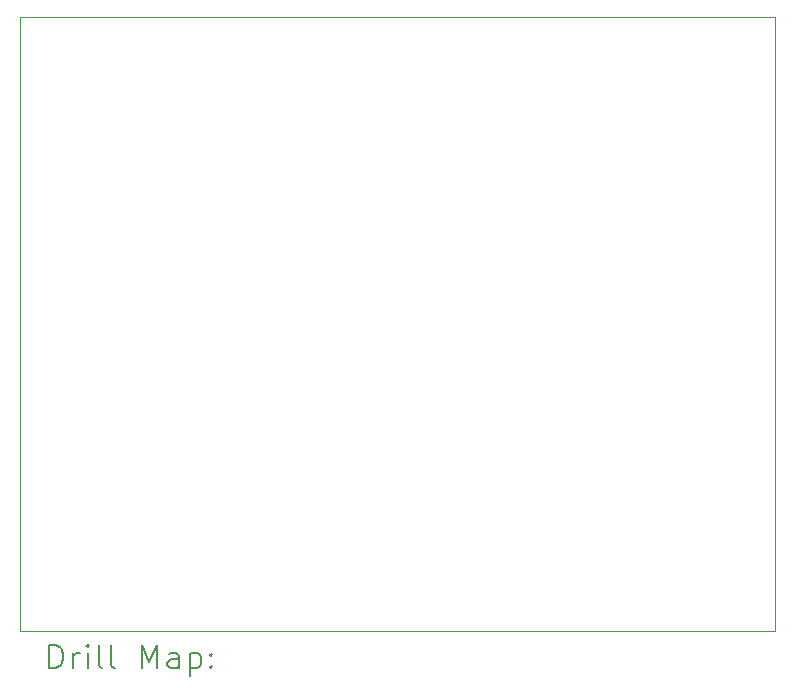
<source format=gbr>
%TF.GenerationSoftware,KiCad,Pcbnew,(6.0.8-1)-1*%
%TF.CreationDate,2023-01-29T13:44:44-06:00*%
%TF.ProjectId,M4_CAN_Feather_Carrier,4d345f43-414e-45f4-9665-61746865725f,rev?*%
%TF.SameCoordinates,Original*%
%TF.FileFunction,Drillmap*%
%TF.FilePolarity,Positive*%
%FSLAX45Y45*%
G04 Gerber Fmt 4.5, Leading zero omitted, Abs format (unit mm)*
G04 Created by KiCad (PCBNEW (6.0.8-1)-1) date 2023-01-29 13:44:44*
%MOMM*%
%LPD*%
G01*
G04 APERTURE LIST*
%ADD10C,0.100000*%
%ADD11C,0.200000*%
G04 APERTURE END LIST*
D10*
X18450000Y-12420000D02*
X12050000Y-12420000D01*
X12050000Y-12420000D02*
X12050000Y-7220000D01*
X12050000Y-7220000D02*
X18450000Y-7220000D01*
X18450000Y-7220000D02*
X18450000Y-12420000D01*
D11*
X12302619Y-12735476D02*
X12302619Y-12535476D01*
X12350238Y-12535476D01*
X12378809Y-12545000D01*
X12397857Y-12564048D01*
X12407381Y-12583095D01*
X12416905Y-12621190D01*
X12416905Y-12649762D01*
X12407381Y-12687857D01*
X12397857Y-12706905D01*
X12378809Y-12725952D01*
X12350238Y-12735476D01*
X12302619Y-12735476D01*
X12502619Y-12735476D02*
X12502619Y-12602143D01*
X12502619Y-12640238D02*
X12512143Y-12621190D01*
X12521667Y-12611667D01*
X12540714Y-12602143D01*
X12559762Y-12602143D01*
X12626428Y-12735476D02*
X12626428Y-12602143D01*
X12626428Y-12535476D02*
X12616905Y-12545000D01*
X12626428Y-12554524D01*
X12635952Y-12545000D01*
X12626428Y-12535476D01*
X12626428Y-12554524D01*
X12750238Y-12735476D02*
X12731190Y-12725952D01*
X12721667Y-12706905D01*
X12721667Y-12535476D01*
X12855000Y-12735476D02*
X12835952Y-12725952D01*
X12826428Y-12706905D01*
X12826428Y-12535476D01*
X13083571Y-12735476D02*
X13083571Y-12535476D01*
X13150238Y-12678333D01*
X13216905Y-12535476D01*
X13216905Y-12735476D01*
X13397857Y-12735476D02*
X13397857Y-12630714D01*
X13388333Y-12611667D01*
X13369286Y-12602143D01*
X13331190Y-12602143D01*
X13312143Y-12611667D01*
X13397857Y-12725952D02*
X13378809Y-12735476D01*
X13331190Y-12735476D01*
X13312143Y-12725952D01*
X13302619Y-12706905D01*
X13302619Y-12687857D01*
X13312143Y-12668809D01*
X13331190Y-12659286D01*
X13378809Y-12659286D01*
X13397857Y-12649762D01*
X13493095Y-12602143D02*
X13493095Y-12802143D01*
X13493095Y-12611667D02*
X13512143Y-12602143D01*
X13550238Y-12602143D01*
X13569286Y-12611667D01*
X13578809Y-12621190D01*
X13588333Y-12640238D01*
X13588333Y-12697381D01*
X13578809Y-12716428D01*
X13569286Y-12725952D01*
X13550238Y-12735476D01*
X13512143Y-12735476D01*
X13493095Y-12725952D01*
X13674048Y-12716428D02*
X13683571Y-12725952D01*
X13674048Y-12735476D01*
X13664524Y-12725952D01*
X13674048Y-12716428D01*
X13674048Y-12735476D01*
X13674048Y-12611667D02*
X13683571Y-12621190D01*
X13674048Y-12630714D01*
X13664524Y-12621190D01*
X13674048Y-12611667D01*
X13674048Y-12630714D01*
M02*

</source>
